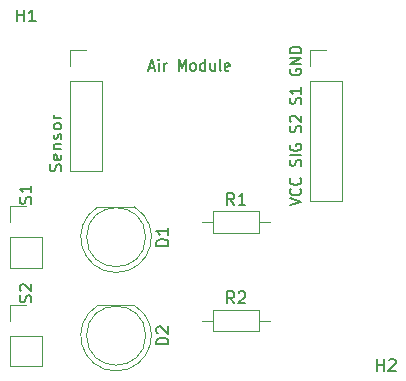
<source format=gbr>
%TF.GenerationSoftware,KiCad,Pcbnew,(6.0.9)*%
%TF.CreationDate,2023-01-03T15:08:54+01:00*%
%TF.ProjectId,AM,414d2e6b-6963-4616-945f-706362585858,rev?*%
%TF.SameCoordinates,Original*%
%TF.FileFunction,Legend,Top*%
%TF.FilePolarity,Positive*%
%FSLAX46Y46*%
G04 Gerber Fmt 4.6, Leading zero omitted, Abs format (unit mm)*
G04 Created by KiCad (PCBNEW (6.0.9)) date 2023-01-03 15:08:54*
%MOMM*%
%LPD*%
G01*
G04 APERTURE LIST*
%ADD10C,0.150000*%
%ADD11C,0.120000*%
G04 APERTURE END LIST*
D10*
X187412380Y-93110000D02*
X188412380Y-92810000D01*
X187412380Y-92510000D01*
X188317142Y-91695714D02*
X188364761Y-91738571D01*
X188412380Y-91867142D01*
X188412380Y-91952857D01*
X188364761Y-92081428D01*
X188269523Y-92167142D01*
X188174285Y-92210000D01*
X187983809Y-92252857D01*
X187840952Y-92252857D01*
X187650476Y-92210000D01*
X187555238Y-92167142D01*
X187460000Y-92081428D01*
X187412380Y-91952857D01*
X187412380Y-91867142D01*
X187460000Y-91738571D01*
X187507619Y-91695714D01*
X188317142Y-90795714D02*
X188364761Y-90838571D01*
X188412380Y-90967142D01*
X188412380Y-91052857D01*
X188364761Y-91181428D01*
X188269523Y-91267142D01*
X188174285Y-91310000D01*
X187983809Y-91352857D01*
X187840952Y-91352857D01*
X187650476Y-91310000D01*
X187555238Y-91267142D01*
X187460000Y-91181428D01*
X187412380Y-91052857D01*
X187412380Y-90967142D01*
X187460000Y-90838571D01*
X187507619Y-90795714D01*
X188364761Y-89767142D02*
X188412380Y-89638571D01*
X188412380Y-89424285D01*
X188364761Y-89338571D01*
X188317142Y-89295714D01*
X188221904Y-89252857D01*
X188126666Y-89252857D01*
X188031428Y-89295714D01*
X187983809Y-89338571D01*
X187936190Y-89424285D01*
X187888571Y-89595714D01*
X187840952Y-89681428D01*
X187793333Y-89724285D01*
X187698095Y-89767142D01*
X187602857Y-89767142D01*
X187507619Y-89724285D01*
X187460000Y-89681428D01*
X187412380Y-89595714D01*
X187412380Y-89381428D01*
X187460000Y-89252857D01*
X188412380Y-88867142D02*
X187412380Y-88867142D01*
X187460000Y-87967142D02*
X187412380Y-88052857D01*
X187412380Y-88181428D01*
X187460000Y-88310000D01*
X187555238Y-88395714D01*
X187650476Y-88438571D01*
X187840952Y-88481428D01*
X187983809Y-88481428D01*
X188174285Y-88438571D01*
X188269523Y-88395714D01*
X188364761Y-88310000D01*
X188412380Y-88181428D01*
X188412380Y-88095714D01*
X188364761Y-87967142D01*
X188317142Y-87924285D01*
X187983809Y-87924285D01*
X187983809Y-88095714D01*
X188364761Y-86895714D02*
X188412380Y-86767142D01*
X188412380Y-86552857D01*
X188364761Y-86467142D01*
X188317142Y-86424285D01*
X188221904Y-86381428D01*
X188126666Y-86381428D01*
X188031428Y-86424285D01*
X187983809Y-86467142D01*
X187936190Y-86552857D01*
X187888571Y-86724285D01*
X187840952Y-86810000D01*
X187793333Y-86852857D01*
X187698095Y-86895714D01*
X187602857Y-86895714D01*
X187507619Y-86852857D01*
X187460000Y-86810000D01*
X187412380Y-86724285D01*
X187412380Y-86510000D01*
X187460000Y-86381428D01*
X187507619Y-86038571D02*
X187460000Y-85995714D01*
X187412380Y-85910000D01*
X187412380Y-85695714D01*
X187460000Y-85610000D01*
X187507619Y-85567142D01*
X187602857Y-85524285D01*
X187698095Y-85524285D01*
X187840952Y-85567142D01*
X188412380Y-86081428D01*
X188412380Y-85524285D01*
X188364761Y-84495714D02*
X188412380Y-84367142D01*
X188412380Y-84152857D01*
X188364761Y-84067142D01*
X188317142Y-84024285D01*
X188221904Y-83981428D01*
X188126666Y-83981428D01*
X188031428Y-84024285D01*
X187983809Y-84067142D01*
X187936190Y-84152857D01*
X187888571Y-84324285D01*
X187840952Y-84410000D01*
X187793333Y-84452857D01*
X187698095Y-84495714D01*
X187602857Y-84495714D01*
X187507619Y-84452857D01*
X187460000Y-84410000D01*
X187412380Y-84324285D01*
X187412380Y-84110000D01*
X187460000Y-83981428D01*
X188412380Y-83124285D02*
X188412380Y-83638571D01*
X188412380Y-83381428D02*
X187412380Y-83381428D01*
X187555238Y-83467142D01*
X187650476Y-83552857D01*
X187698095Y-83638571D01*
X187460000Y-81581428D02*
X187412380Y-81667142D01*
X187412380Y-81795714D01*
X187460000Y-81924285D01*
X187555238Y-82010000D01*
X187650476Y-82052857D01*
X187840952Y-82095714D01*
X187983809Y-82095714D01*
X188174285Y-82052857D01*
X188269523Y-82010000D01*
X188364761Y-81924285D01*
X188412380Y-81795714D01*
X188412380Y-81710000D01*
X188364761Y-81581428D01*
X188317142Y-81538571D01*
X187983809Y-81538571D01*
X187983809Y-81710000D01*
X188412380Y-81152857D02*
X187412380Y-81152857D01*
X188412380Y-80638571D01*
X187412380Y-80638571D01*
X188412380Y-80210000D02*
X187412380Y-80210000D01*
X187412380Y-79995714D01*
X187460000Y-79867142D01*
X187555238Y-79781428D01*
X187650476Y-79738571D01*
X187840952Y-79695714D01*
X187983809Y-79695714D01*
X188174285Y-79738571D01*
X188269523Y-79781428D01*
X188364761Y-79867142D01*
X188412380Y-79995714D01*
X188412380Y-80210000D01*
X175528928Y-81446666D02*
X175957500Y-81446666D01*
X175443214Y-81732380D02*
X175743214Y-80732380D01*
X176043214Y-81732380D01*
X176343214Y-81732380D02*
X176343214Y-81065714D01*
X176343214Y-80732380D02*
X176300357Y-80780000D01*
X176343214Y-80827619D01*
X176386071Y-80780000D01*
X176343214Y-80732380D01*
X176343214Y-80827619D01*
X176771785Y-81732380D02*
X176771785Y-81065714D01*
X176771785Y-81256190D02*
X176814642Y-81160952D01*
X176857500Y-81113333D01*
X176943214Y-81065714D01*
X177028928Y-81065714D01*
X178014642Y-81732380D02*
X178014642Y-80732380D01*
X178314642Y-81446666D01*
X178614642Y-80732380D01*
X178614642Y-81732380D01*
X179171785Y-81732380D02*
X179086071Y-81684761D01*
X179043214Y-81637142D01*
X179000357Y-81541904D01*
X179000357Y-81256190D01*
X179043214Y-81160952D01*
X179086071Y-81113333D01*
X179171785Y-81065714D01*
X179300357Y-81065714D01*
X179386071Y-81113333D01*
X179428928Y-81160952D01*
X179471785Y-81256190D01*
X179471785Y-81541904D01*
X179428928Y-81637142D01*
X179386071Y-81684761D01*
X179300357Y-81732380D01*
X179171785Y-81732380D01*
X180243214Y-81732380D02*
X180243214Y-80732380D01*
X180243214Y-81684761D02*
X180157500Y-81732380D01*
X179986071Y-81732380D01*
X179900357Y-81684761D01*
X179857500Y-81637142D01*
X179814642Y-81541904D01*
X179814642Y-81256190D01*
X179857500Y-81160952D01*
X179900357Y-81113333D01*
X179986071Y-81065714D01*
X180157500Y-81065714D01*
X180243214Y-81113333D01*
X181057500Y-81065714D02*
X181057500Y-81732380D01*
X180671785Y-81065714D02*
X180671785Y-81589523D01*
X180714642Y-81684761D01*
X180800357Y-81732380D01*
X180928928Y-81732380D01*
X181014642Y-81684761D01*
X181057500Y-81637142D01*
X181614642Y-81732380D02*
X181528928Y-81684761D01*
X181486071Y-81589523D01*
X181486071Y-80732380D01*
X182300357Y-81684761D02*
X182214642Y-81732380D01*
X182043214Y-81732380D01*
X181957500Y-81684761D01*
X181914642Y-81589523D01*
X181914642Y-81208571D01*
X181957500Y-81113333D01*
X182043214Y-81065714D01*
X182214642Y-81065714D01*
X182300357Y-81113333D01*
X182343214Y-81208571D01*
X182343214Y-81303809D01*
X181914642Y-81399047D01*
%TO.C,H2*%
X194818095Y-107132380D02*
X194818095Y-106132380D01*
X194818095Y-106608571D02*
X195389523Y-106608571D01*
X195389523Y-107132380D02*
X195389523Y-106132380D01*
X195818095Y-106227619D02*
X195865714Y-106180000D01*
X195960952Y-106132380D01*
X196199047Y-106132380D01*
X196294285Y-106180000D01*
X196341904Y-106227619D01*
X196389523Y-106322857D01*
X196389523Y-106418095D01*
X196341904Y-106560952D01*
X195770476Y-107132380D01*
X196389523Y-107132380D01*
%TO.C,D2*%
X177132380Y-104873095D02*
X176132380Y-104873095D01*
X176132380Y-104635000D01*
X176180000Y-104492142D01*
X176275238Y-104396904D01*
X176370476Y-104349285D01*
X176560952Y-104301666D01*
X176703809Y-104301666D01*
X176894285Y-104349285D01*
X176989523Y-104396904D01*
X177084761Y-104492142D01*
X177132380Y-104635000D01*
X177132380Y-104873095D01*
X176227619Y-103920714D02*
X176180000Y-103873095D01*
X176132380Y-103777857D01*
X176132380Y-103539761D01*
X176180000Y-103444523D01*
X176227619Y-103396904D01*
X176322857Y-103349285D01*
X176418095Y-103349285D01*
X176560952Y-103396904D01*
X177132380Y-103968333D01*
X177132380Y-103349285D01*
%TO.C,D1*%
X177132380Y-96538095D02*
X176132380Y-96538095D01*
X176132380Y-96300000D01*
X176180000Y-96157142D01*
X176275238Y-96061904D01*
X176370476Y-96014285D01*
X176560952Y-95966666D01*
X176703809Y-95966666D01*
X176894285Y-96014285D01*
X176989523Y-96061904D01*
X177084761Y-96157142D01*
X177132380Y-96300000D01*
X177132380Y-96538095D01*
X177132380Y-95014285D02*
X177132380Y-95585714D01*
X177132380Y-95300000D02*
X176132380Y-95300000D01*
X176275238Y-95395238D01*
X176370476Y-95490476D01*
X176418095Y-95585714D01*
%TO.C,H1*%
X164338095Y-77532380D02*
X164338095Y-76532380D01*
X164338095Y-77008571D02*
X164909523Y-77008571D01*
X164909523Y-77532380D02*
X164909523Y-76532380D01*
X165909523Y-77532380D02*
X165338095Y-77532380D01*
X165623809Y-77532380D02*
X165623809Y-76532380D01*
X165528571Y-76675238D01*
X165433333Y-76770476D01*
X165338095Y-76818095D01*
%TO.C,Sensor*%
X168044761Y-90204642D02*
X168092380Y-90061785D01*
X168092380Y-89823690D01*
X168044761Y-89728452D01*
X167997142Y-89680833D01*
X167901904Y-89633214D01*
X167806666Y-89633214D01*
X167711428Y-89680833D01*
X167663809Y-89728452D01*
X167616190Y-89823690D01*
X167568571Y-90014166D01*
X167520952Y-90109404D01*
X167473333Y-90157023D01*
X167378095Y-90204642D01*
X167282857Y-90204642D01*
X167187619Y-90157023D01*
X167140000Y-90109404D01*
X167092380Y-90014166D01*
X167092380Y-89776071D01*
X167140000Y-89633214D01*
X168044761Y-88823690D02*
X168092380Y-88918928D01*
X168092380Y-89109404D01*
X168044761Y-89204642D01*
X167949523Y-89252261D01*
X167568571Y-89252261D01*
X167473333Y-89204642D01*
X167425714Y-89109404D01*
X167425714Y-88918928D01*
X167473333Y-88823690D01*
X167568571Y-88776071D01*
X167663809Y-88776071D01*
X167759047Y-89252261D01*
X167425714Y-88347500D02*
X168092380Y-88347500D01*
X167520952Y-88347500D02*
X167473333Y-88299880D01*
X167425714Y-88204642D01*
X167425714Y-88061785D01*
X167473333Y-87966547D01*
X167568571Y-87918928D01*
X168092380Y-87918928D01*
X168044761Y-87490357D02*
X168092380Y-87395119D01*
X168092380Y-87204642D01*
X168044761Y-87109404D01*
X167949523Y-87061785D01*
X167901904Y-87061785D01*
X167806666Y-87109404D01*
X167759047Y-87204642D01*
X167759047Y-87347500D01*
X167711428Y-87442738D01*
X167616190Y-87490357D01*
X167568571Y-87490357D01*
X167473333Y-87442738D01*
X167425714Y-87347500D01*
X167425714Y-87204642D01*
X167473333Y-87109404D01*
X168092380Y-86490357D02*
X168044761Y-86585595D01*
X167997142Y-86633214D01*
X167901904Y-86680833D01*
X167616190Y-86680833D01*
X167520952Y-86633214D01*
X167473333Y-86585595D01*
X167425714Y-86490357D01*
X167425714Y-86347500D01*
X167473333Y-86252261D01*
X167520952Y-86204642D01*
X167616190Y-86157023D01*
X167901904Y-86157023D01*
X167997142Y-86204642D01*
X168044761Y-86252261D01*
X168092380Y-86347500D01*
X168092380Y-86490357D01*
X168092380Y-85728452D02*
X167425714Y-85728452D01*
X167616190Y-85728452D02*
X167520952Y-85680833D01*
X167473333Y-85633214D01*
X167425714Y-85537976D01*
X167425714Y-85442738D01*
%TO.C,S1*%
X165504761Y-92961904D02*
X165552380Y-92819047D01*
X165552380Y-92580952D01*
X165504761Y-92485714D01*
X165457142Y-92438095D01*
X165361904Y-92390476D01*
X165266666Y-92390476D01*
X165171428Y-92438095D01*
X165123809Y-92485714D01*
X165076190Y-92580952D01*
X165028571Y-92771428D01*
X164980952Y-92866666D01*
X164933333Y-92914285D01*
X164838095Y-92961904D01*
X164742857Y-92961904D01*
X164647619Y-92914285D01*
X164600000Y-92866666D01*
X164552380Y-92771428D01*
X164552380Y-92533333D01*
X164600000Y-92390476D01*
X165552380Y-91438095D02*
X165552380Y-92009523D01*
X165552380Y-91723809D02*
X164552380Y-91723809D01*
X164695238Y-91819047D01*
X164790476Y-91914285D01*
X164838095Y-92009523D01*
%TO.C,R2*%
X182713333Y-101397380D02*
X182380000Y-100921190D01*
X182141904Y-101397380D02*
X182141904Y-100397380D01*
X182522857Y-100397380D01*
X182618095Y-100445000D01*
X182665714Y-100492619D01*
X182713333Y-100587857D01*
X182713333Y-100730714D01*
X182665714Y-100825952D01*
X182618095Y-100873571D01*
X182522857Y-100921190D01*
X182141904Y-100921190D01*
X183094285Y-100492619D02*
X183141904Y-100445000D01*
X183237142Y-100397380D01*
X183475238Y-100397380D01*
X183570476Y-100445000D01*
X183618095Y-100492619D01*
X183665714Y-100587857D01*
X183665714Y-100683095D01*
X183618095Y-100825952D01*
X183046666Y-101397380D01*
X183665714Y-101397380D01*
%TO.C,S2*%
X165504761Y-101296904D02*
X165552380Y-101154047D01*
X165552380Y-100915952D01*
X165504761Y-100820714D01*
X165457142Y-100773095D01*
X165361904Y-100725476D01*
X165266666Y-100725476D01*
X165171428Y-100773095D01*
X165123809Y-100820714D01*
X165076190Y-100915952D01*
X165028571Y-101106428D01*
X164980952Y-101201666D01*
X164933333Y-101249285D01*
X164838095Y-101296904D01*
X164742857Y-101296904D01*
X164647619Y-101249285D01*
X164600000Y-101201666D01*
X164552380Y-101106428D01*
X164552380Y-100868333D01*
X164600000Y-100725476D01*
X164647619Y-100344523D02*
X164600000Y-100296904D01*
X164552380Y-100201666D01*
X164552380Y-99963571D01*
X164600000Y-99868333D01*
X164647619Y-99820714D01*
X164742857Y-99773095D01*
X164838095Y-99773095D01*
X164980952Y-99820714D01*
X165552380Y-100392142D01*
X165552380Y-99773095D01*
%TO.C,R1*%
X182713333Y-93062380D02*
X182380000Y-92586190D01*
X182141904Y-93062380D02*
X182141904Y-92062380D01*
X182522857Y-92062380D01*
X182618095Y-92110000D01*
X182665714Y-92157619D01*
X182713333Y-92252857D01*
X182713333Y-92395714D01*
X182665714Y-92490952D01*
X182618095Y-92538571D01*
X182522857Y-92586190D01*
X182141904Y-92586190D01*
X183665714Y-93062380D02*
X183094285Y-93062380D01*
X183380000Y-93062380D02*
X183380000Y-92062380D01*
X183284761Y-92205238D01*
X183189523Y-92300476D01*
X183094285Y-92348095D01*
D11*
%TO.C,D2*%
X174265000Y-101575000D02*
X171175000Y-101575000D01*
X172719538Y-107125000D02*
G75*
G03*
X174264830Y-101575000I462J2990000D01*
G01*
X171175170Y-101575000D02*
G75*
G03*
X172720462Y-107125000I1544830J-2560000D01*
G01*
X175220000Y-104135000D02*
G75*
G03*
X175220000Y-104135000I-2500000J0D01*
G01*
%TO.C,J4*%
X191830000Y-82555000D02*
X191830000Y-92775000D01*
X189170000Y-82555000D02*
X191830000Y-82555000D01*
X189170000Y-81285000D02*
X189170000Y-79955000D01*
X189170000Y-92775000D02*
X191830000Y-92775000D01*
X189170000Y-82555000D02*
X189170000Y-92775000D01*
X189170000Y-79955000D02*
X190500000Y-79955000D01*
%TO.C,D1*%
X174265000Y-93240000D02*
X171175000Y-93240000D01*
X172719538Y-98790000D02*
G75*
G03*
X174264830Y-93240000I462J2990000D01*
G01*
X171175170Y-93240000D02*
G75*
G03*
X172720462Y-98790000I1544830J-2560000D01*
G01*
X175220000Y-95800000D02*
G75*
G03*
X175220000Y-95800000I-2500000J0D01*
G01*
%TO.C,Sensor*%
X171510000Y-82550000D02*
X171510000Y-90230000D01*
X168850000Y-90230000D02*
X171510000Y-90230000D01*
X168850000Y-82550000D02*
X168850000Y-90230000D01*
X168850000Y-82550000D02*
X171510000Y-82550000D01*
X168850000Y-79950000D02*
X170180000Y-79950000D01*
X168850000Y-81280000D02*
X168850000Y-79950000D01*
%TO.C,S1*%
X163770000Y-95800000D02*
X163770000Y-98400000D01*
X166430000Y-95800000D02*
X166430000Y-98400000D01*
X163770000Y-98400000D02*
X166430000Y-98400000D01*
X163770000Y-95800000D02*
X166430000Y-95800000D01*
X163770000Y-93200000D02*
X165100000Y-93200000D01*
X163770000Y-94530000D02*
X163770000Y-93200000D01*
%TO.C,R2*%
X184800000Y-103785000D02*
X184800000Y-101945000D01*
X180960000Y-101945000D02*
X180960000Y-103785000D01*
X184800000Y-101945000D02*
X180960000Y-101945000D01*
X180010000Y-102865000D02*
X180960000Y-102865000D01*
X185750000Y-102865000D02*
X184800000Y-102865000D01*
X180960000Y-103785000D02*
X184800000Y-103785000D01*
%TO.C,S2*%
X166430000Y-104135000D02*
X166430000Y-106735000D01*
X163770000Y-102865000D02*
X163770000Y-101535000D01*
X163770000Y-101535000D02*
X165100000Y-101535000D01*
X163770000Y-106735000D02*
X166430000Y-106735000D01*
X163770000Y-104135000D02*
X166430000Y-104135000D01*
X163770000Y-104135000D02*
X163770000Y-106735000D01*
%TO.C,R1*%
X180960000Y-93610000D02*
X180960000Y-95450000D01*
X185750000Y-94530000D02*
X184800000Y-94530000D01*
X184800000Y-93610000D02*
X180960000Y-93610000D01*
X184800000Y-95450000D02*
X184800000Y-93610000D01*
X180960000Y-95450000D02*
X184800000Y-95450000D01*
X180010000Y-94530000D02*
X180960000Y-94530000D01*
%TD*%
M02*

</source>
